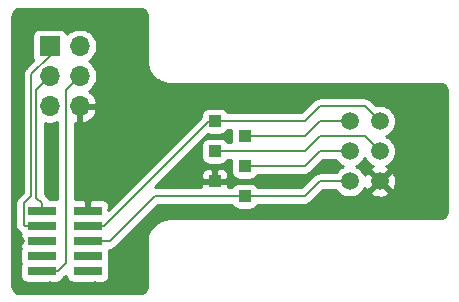
<source format=gbr>
%TF.GenerationSoftware,KiCad,Pcbnew,5.1.6-c6e7f7d~87~ubuntu18.04.1*%
%TF.CreationDate,2020-10-02T11:27:22-04:00*%
%TF.ProjectId,avrisp-pogopin-adapter,61767269-7370-42d7-906f-676f70696e2d,rev?*%
%TF.SameCoordinates,Original*%
%TF.FileFunction,Copper,L1,Top*%
%TF.FilePolarity,Positive*%
%FSLAX46Y46*%
G04 Gerber Fmt 4.6, Leading zero omitted, Abs format (unit mm)*
G04 Created by KiCad (PCBNEW 5.1.6-c6e7f7d~87~ubuntu18.04.1) date 2020-10-02 11:27:22*
%MOMM*%
%LPD*%
G01*
G04 APERTURE LIST*
%TA.AperFunction,ComponentPad*%
%ADD10R,1.000000X1.000000*%
%TD*%
%TA.AperFunction,ComponentPad*%
%ADD11C,1.500000*%
%TD*%
%TA.AperFunction,ComponentPad*%
%ADD12O,1.700000X1.700000*%
%TD*%
%TA.AperFunction,ComponentPad*%
%ADD13R,1.700000X1.700000*%
%TD*%
%TA.AperFunction,SMDPad,CuDef*%
%ADD14R,2.400000X0.740000*%
%TD*%
%TA.AperFunction,ViaPad*%
%ADD15C,0.800000*%
%TD*%
%TA.AperFunction,Conductor*%
%ADD16C,0.200000*%
%TD*%
%TA.AperFunction,Conductor*%
%ADD17C,0.254000*%
%TD*%
G04 APERTURE END LIST*
D10*
%TO.P,TP12,1*%
%TO.N,GND*%
X135890000Y-83820000D03*
%TD*%
%TO.P,TP11,1*%
%TO.N,~RST*%
X138430000Y-85090000D03*
%TD*%
%TO.P,TP10,1*%
%TO.N,MOSI*%
X135890000Y-81280000D03*
%TD*%
%TO.P,TP9,1*%
%TO.N,SCK*%
X138430000Y-82550000D03*
%TD*%
%TO.P,TP8,1*%
%TO.N,MISO*%
X138430000Y-80010000D03*
%TD*%
%TO.P,TP7,1*%
%TO.N,VCC*%
X135890000Y-78740000D03*
%TD*%
D11*
%TO.P,TP6,1*%
%TO.N,GND*%
X149860000Y-83820000D03*
%TD*%
%TO.P,TP5,1*%
%TO.N,~RST*%
X147320000Y-83820000D03*
%TD*%
%TO.P,TP4,1*%
%TO.N,MOSI*%
X149860000Y-81280000D03*
%TD*%
%TO.P,TP3,1*%
%TO.N,SCK*%
X147320000Y-81280000D03*
%TD*%
%TO.P,TP2,1*%
%TO.N,VCC*%
X149860000Y-78740000D03*
%TD*%
%TO.P,TP1,1*%
%TO.N,MISO*%
X147320000Y-78740000D03*
%TD*%
D12*
%TO.P,J2,6*%
%TO.N,GND*%
X124460000Y-77470000D03*
%TO.P,J2,5*%
%TO.N,~RST*%
X121920000Y-77470000D03*
%TO.P,J2,4*%
%TO.N,MOSI*%
X124460000Y-74930000D03*
%TO.P,J2,3*%
%TO.N,SCK*%
X121920000Y-74930000D03*
%TO.P,J2,2*%
%TO.N,VCC*%
X124460000Y-72390000D03*
D13*
%TO.P,J2,1*%
%TO.N,MISO*%
X121920000Y-72390000D03*
%TD*%
D14*
%TO.P,J1,10*%
%TO.N,Net-(J1-Pad10)*%
X125145000Y-91440000D03*
%TO.P,J1,9*%
%TO.N,MOSI*%
X121245000Y-91440000D03*
%TO.P,J1,8*%
%TO.N,Net-(J1-Pad8)*%
X125145000Y-90170000D03*
%TO.P,J1,7*%
%TO.N,Net-(J1-Pad7)*%
X121245000Y-90170000D03*
%TO.P,J1,6*%
%TO.N,~RST*%
X125145000Y-88900000D03*
%TO.P,J1,5*%
%TO.N,Net-(J1-Pad5)*%
X121245000Y-88900000D03*
%TO.P,J1,4*%
%TO.N,VCC*%
X125145000Y-87630000D03*
%TO.P,J1,3*%
%TO.N,MISO*%
X121245000Y-87630000D03*
%TO.P,J1,2*%
%TO.N,GND*%
X125145000Y-86360000D03*
%TO.P,J1,1*%
%TO.N,SCK*%
X121245000Y-86360000D03*
%TD*%
D15*
%TO.N,GND*%
X121920000Y-80010000D03*
X125730000Y-83820000D03*
X128905000Y-83820000D03*
X139700000Y-76200000D03*
X143510000Y-76200000D03*
X147320000Y-76200000D03*
X151130000Y-76200000D03*
X139700000Y-86360000D03*
X143510000Y-86360000D03*
X147320000Y-86360000D03*
X151130000Y-86360000D03*
X154940000Y-76200000D03*
X154940000Y-78740000D03*
X154940000Y-81280000D03*
X154940000Y-83820000D03*
X154940000Y-86360000D03*
X135890000Y-76200000D03*
X135890000Y-86360000D03*
X132080000Y-86360000D03*
X132080000Y-76200000D03*
X129540000Y-73660000D03*
X129540000Y-69850000D03*
X129540000Y-88900000D03*
X129540000Y-92710000D03*
X125730000Y-92710000D03*
X121920000Y-92710000D03*
X125730000Y-69850000D03*
X121920000Y-69850000D03*
X119380000Y-80010000D03*
X119380000Y-76200000D03*
X119380000Y-73660000D03*
X119380000Y-83820000D03*
X119380000Y-88900000D03*
%TD*%
D16*
%TO.N,~RST*%
X147320000Y-83820000D02*
X144780000Y-83820000D01*
X144780000Y-83820000D02*
X143510000Y-85090000D01*
X143510000Y-85090000D02*
X138430000Y-85090000D01*
X125145000Y-88900000D02*
X127000000Y-88900000D01*
X127000000Y-88900000D02*
X130810000Y-85090000D01*
X130810000Y-85090000D02*
X138430000Y-85090000D01*
%TO.N,MOSI*%
X149860000Y-81280000D02*
X148590000Y-80010000D01*
X148590000Y-80010000D02*
X144780000Y-80010000D01*
X144780000Y-80010000D02*
X143510000Y-81280000D01*
X143510000Y-81280000D02*
X135890000Y-81280000D01*
X123309999Y-76080001D02*
X124460000Y-74930000D01*
X123309999Y-90775001D02*
X123309999Y-76080001D01*
X122645000Y-91440000D02*
X123309999Y-90775001D01*
X121245000Y-91440000D02*
X122645000Y-91440000D01*
%TO.N,SCK*%
X147320000Y-81280000D02*
X144780000Y-81280000D01*
X143510000Y-82550000D02*
X138430000Y-82550000D01*
X144780000Y-81280000D02*
X143510000Y-82550000D01*
X121245000Y-86360000D02*
X121245000Y-85685000D01*
X120769999Y-85209999D02*
X120769999Y-76080001D01*
X120769999Y-76080001D02*
X121920000Y-74930000D01*
X121245000Y-85685000D02*
X120769999Y-85209999D01*
%TO.N,MISO*%
X147320000Y-78740000D02*
X144780000Y-78740000D01*
X144780000Y-78740000D02*
X143510000Y-80010000D01*
X143510000Y-80010000D02*
X138430000Y-80010000D01*
X119744999Y-87529999D02*
X119744999Y-85714990D01*
X121245000Y-87630000D02*
X119845000Y-87630000D01*
X119845000Y-87630000D02*
X119744999Y-87529999D01*
X119744999Y-85714990D02*
X120369989Y-85090000D01*
X121920000Y-73227998D02*
X121920000Y-72390000D01*
X120369989Y-74778009D02*
X121920000Y-73227998D01*
X120369989Y-85090000D02*
X120369989Y-74778009D01*
%TO.N,VCC*%
X149860000Y-78740000D02*
X148590000Y-77470000D01*
X148590000Y-77470000D02*
X144780000Y-77470000D01*
X144780000Y-77470000D02*
X143510000Y-78740000D01*
X143510000Y-78740000D02*
X135890000Y-78740000D01*
X135435000Y-78740000D02*
X135890000Y-78740000D01*
X126545000Y-87630000D02*
X135435000Y-78740000D01*
X125145000Y-87630000D02*
X126545000Y-87630000D01*
%TD*%
D17*
%TO.N,GND*%
G36*
X129657869Y-69254722D02*
G01*
X129771246Y-69288953D01*
X129875819Y-69344555D01*
X129967596Y-69419407D01*
X130043091Y-69510664D01*
X130099419Y-69614844D01*
X130134440Y-69727976D01*
X130150001Y-69876031D01*
X130150000Y-73692418D01*
X130152802Y-73720864D01*
X130152747Y-73728682D01*
X130153646Y-73737853D01*
X130179554Y-73984357D01*
X130191589Y-74042986D01*
X130202792Y-74101716D01*
X130205456Y-74110538D01*
X130278751Y-74347314D01*
X130301931Y-74402457D01*
X130324339Y-74457920D01*
X130328665Y-74466054D01*
X130328667Y-74466059D01*
X130328670Y-74466064D01*
X130446553Y-74684086D01*
X130479988Y-74733654D01*
X130512759Y-74783735D01*
X130518584Y-74790876D01*
X130676577Y-74981856D01*
X130719012Y-75023995D01*
X130760875Y-75066745D01*
X130767976Y-75072618D01*
X130960053Y-75229273D01*
X131009875Y-75262374D01*
X131059237Y-75296173D01*
X131067343Y-75300556D01*
X131286191Y-75416919D01*
X131341479Y-75439707D01*
X131396475Y-75463279D01*
X131405278Y-75466003D01*
X131642559Y-75537643D01*
X131701246Y-75549264D01*
X131759752Y-75561700D01*
X131768915Y-75562663D01*
X131768917Y-75562663D01*
X132015595Y-75586850D01*
X132015598Y-75586850D01*
X132047581Y-75590000D01*
X154907721Y-75590000D01*
X155057869Y-75604722D01*
X155171246Y-75638953D01*
X155275819Y-75694555D01*
X155367596Y-75769407D01*
X155443091Y-75860664D01*
X155499419Y-75964844D01*
X155534440Y-76077976D01*
X155550001Y-76226031D01*
X155550000Y-86327721D01*
X155535278Y-86477869D01*
X155501047Y-86591246D01*
X155445446Y-86695817D01*
X155370594Y-86787595D01*
X155279335Y-86863091D01*
X155175160Y-86919419D01*
X155062024Y-86954440D01*
X154913979Y-86970000D01*
X132047581Y-86970000D01*
X132019135Y-86972802D01*
X132011318Y-86972747D01*
X132002147Y-86973646D01*
X131755644Y-86999554D01*
X131697028Y-87011586D01*
X131638284Y-87022792D01*
X131629462Y-87025456D01*
X131392686Y-87098751D01*
X131337555Y-87121926D01*
X131282080Y-87144339D01*
X131273944Y-87148666D01*
X131055914Y-87266554D01*
X131006346Y-87299988D01*
X130956265Y-87332760D01*
X130949124Y-87338584D01*
X130758144Y-87496577D01*
X130716005Y-87539012D01*
X130673255Y-87580875D01*
X130667381Y-87587976D01*
X130510727Y-87780054D01*
X130477655Y-87829831D01*
X130443826Y-87879237D01*
X130439444Y-87887343D01*
X130323081Y-88106191D01*
X130300298Y-88161468D01*
X130276721Y-88216475D01*
X130273997Y-88225278D01*
X130202357Y-88462559D01*
X130190736Y-88521246D01*
X130178300Y-88579752D01*
X130177337Y-88588917D01*
X130153150Y-88835595D01*
X130153150Y-88835608D01*
X130150001Y-88867581D01*
X130150000Y-92677721D01*
X130135278Y-92827869D01*
X130101047Y-92941246D01*
X130045446Y-93045817D01*
X129970594Y-93137595D01*
X129879335Y-93213091D01*
X129775160Y-93269419D01*
X129662024Y-93304440D01*
X129513979Y-93320000D01*
X119412279Y-93320000D01*
X119262131Y-93305278D01*
X119148754Y-93271047D01*
X119044183Y-93215446D01*
X118952405Y-93140594D01*
X118876909Y-93049335D01*
X118820581Y-92945160D01*
X118785560Y-92832024D01*
X118770000Y-92683979D01*
X118770000Y-85714990D01*
X119006443Y-85714990D01*
X119010000Y-85751105D01*
X119009999Y-87493894D01*
X119006443Y-87529999D01*
X119020634Y-87674084D01*
X119026808Y-87694437D01*
X119062662Y-87812631D01*
X119130912Y-87940318D01*
X119222761Y-88052236D01*
X119250807Y-88075253D01*
X119299741Y-88124187D01*
X119322762Y-88152238D01*
X119434680Y-88244087D01*
X119463755Y-88259628D01*
X119466627Y-88265000D01*
X119455498Y-88285820D01*
X119419188Y-88405518D01*
X119406928Y-88530000D01*
X119406928Y-89270000D01*
X119419188Y-89394482D01*
X119455498Y-89514180D01*
X119466627Y-89535000D01*
X119455498Y-89555820D01*
X119419188Y-89675518D01*
X119406928Y-89800000D01*
X119406928Y-90540000D01*
X119419188Y-90664482D01*
X119455498Y-90784180D01*
X119466627Y-90805000D01*
X119455498Y-90825820D01*
X119419188Y-90945518D01*
X119406928Y-91070000D01*
X119406928Y-91810000D01*
X119419188Y-91934482D01*
X119455498Y-92054180D01*
X119514463Y-92164494D01*
X119593815Y-92261185D01*
X119690506Y-92340537D01*
X119800820Y-92399502D01*
X119920518Y-92435812D01*
X120045000Y-92448072D01*
X122445000Y-92448072D01*
X122569482Y-92435812D01*
X122689180Y-92399502D01*
X122799494Y-92340537D01*
X122896185Y-92261185D01*
X122975537Y-92164494D01*
X123026245Y-92069628D01*
X123055320Y-92054087D01*
X123167238Y-91962238D01*
X123190258Y-91934188D01*
X123307602Y-91816844D01*
X123319188Y-91934482D01*
X123355498Y-92054180D01*
X123414463Y-92164494D01*
X123493815Y-92261185D01*
X123590506Y-92340537D01*
X123700820Y-92399502D01*
X123820518Y-92435812D01*
X123945000Y-92448072D01*
X126345000Y-92448072D01*
X126469482Y-92435812D01*
X126589180Y-92399502D01*
X126699494Y-92340537D01*
X126796185Y-92261185D01*
X126875537Y-92164494D01*
X126934502Y-92054180D01*
X126970812Y-91934482D01*
X126983072Y-91810000D01*
X126983072Y-91070000D01*
X126970812Y-90945518D01*
X126934502Y-90825820D01*
X126923373Y-90805000D01*
X126934502Y-90784180D01*
X126970812Y-90664482D01*
X126983072Y-90540000D01*
X126983072Y-89800000D01*
X126970812Y-89675518D01*
X126958521Y-89635000D01*
X126963895Y-89635000D01*
X127000000Y-89638556D01*
X127036105Y-89635000D01*
X127144085Y-89624365D01*
X127282633Y-89582337D01*
X127410320Y-89514087D01*
X127522238Y-89422238D01*
X127545259Y-89394187D01*
X131114447Y-85825000D01*
X137337713Y-85825000D01*
X137340498Y-85834180D01*
X137399463Y-85944494D01*
X137478815Y-86041185D01*
X137575506Y-86120537D01*
X137685820Y-86179502D01*
X137805518Y-86215812D01*
X137930000Y-86228072D01*
X138930000Y-86228072D01*
X139054482Y-86215812D01*
X139174180Y-86179502D01*
X139284494Y-86120537D01*
X139381185Y-86041185D01*
X139460537Y-85944494D01*
X139519502Y-85834180D01*
X139522287Y-85825000D01*
X143473895Y-85825000D01*
X143510000Y-85828556D01*
X143546105Y-85825000D01*
X143654085Y-85814365D01*
X143792633Y-85772337D01*
X143920320Y-85704087D01*
X144032238Y-85612238D01*
X144055258Y-85584188D01*
X145084447Y-84555000D01*
X146145387Y-84555000D01*
X146244201Y-84702886D01*
X146437114Y-84895799D01*
X146663957Y-85047371D01*
X146916011Y-85151775D01*
X147183589Y-85205000D01*
X147456411Y-85205000D01*
X147723989Y-85151775D01*
X147976043Y-85047371D01*
X148202886Y-84895799D01*
X148321692Y-84776993D01*
X149082612Y-84776993D01*
X149148137Y-85015860D01*
X149395116Y-85131760D01*
X149659960Y-85197250D01*
X149932492Y-85209812D01*
X150202238Y-85168965D01*
X150458832Y-85076277D01*
X150571863Y-85015860D01*
X150637388Y-84776993D01*
X149860000Y-83999605D01*
X149082612Y-84776993D01*
X148321692Y-84776993D01*
X148395799Y-84702886D01*
X148547371Y-84476043D01*
X148588511Y-84376721D01*
X148603723Y-84418832D01*
X148664140Y-84531863D01*
X148903007Y-84597388D01*
X149680395Y-83820000D01*
X150039605Y-83820000D01*
X150816993Y-84597388D01*
X151055860Y-84531863D01*
X151171760Y-84284884D01*
X151237250Y-84020040D01*
X151249812Y-83747508D01*
X151208965Y-83477762D01*
X151116277Y-83221168D01*
X151055860Y-83108137D01*
X150816993Y-83042612D01*
X150039605Y-83820000D01*
X149680395Y-83820000D01*
X148903007Y-83042612D01*
X148664140Y-83108137D01*
X148589836Y-83266477D01*
X148547371Y-83163957D01*
X148395799Y-82937114D01*
X148202886Y-82744201D01*
X147976043Y-82592629D01*
X147873127Y-82550000D01*
X147976043Y-82507371D01*
X148202886Y-82355799D01*
X148395799Y-82162886D01*
X148547371Y-81936043D01*
X148590000Y-81833127D01*
X148632629Y-81936043D01*
X148784201Y-82162886D01*
X148977114Y-82355799D01*
X149203957Y-82507371D01*
X149303279Y-82548511D01*
X149261168Y-82563723D01*
X149148137Y-82624140D01*
X149082612Y-82863007D01*
X149860000Y-83640395D01*
X150637388Y-82863007D01*
X150571863Y-82624140D01*
X150413523Y-82549836D01*
X150516043Y-82507371D01*
X150742886Y-82355799D01*
X150935799Y-82162886D01*
X151087371Y-81936043D01*
X151191775Y-81683989D01*
X151245000Y-81416411D01*
X151245000Y-81143589D01*
X151191775Y-80876011D01*
X151087371Y-80623957D01*
X150935799Y-80397114D01*
X150742886Y-80204201D01*
X150516043Y-80052629D01*
X150413127Y-80010000D01*
X150516043Y-79967371D01*
X150742886Y-79815799D01*
X150935799Y-79622886D01*
X151087371Y-79396043D01*
X151191775Y-79143989D01*
X151245000Y-78876411D01*
X151245000Y-78603589D01*
X151191775Y-78336011D01*
X151087371Y-78083957D01*
X150935799Y-77857114D01*
X150742886Y-77664201D01*
X150516043Y-77512629D01*
X150263989Y-77408225D01*
X149996411Y-77355000D01*
X149723589Y-77355000D01*
X149549146Y-77389699D01*
X149135258Y-76975812D01*
X149112238Y-76947762D01*
X149000320Y-76855913D01*
X148872633Y-76787663D01*
X148734085Y-76745635D01*
X148626105Y-76735000D01*
X148590000Y-76731444D01*
X148553895Y-76735000D01*
X144816094Y-76735000D01*
X144779999Y-76731445D01*
X144743904Y-76735000D01*
X144743895Y-76735000D01*
X144635915Y-76745635D01*
X144497367Y-76787663D01*
X144369680Y-76855913D01*
X144257762Y-76947762D01*
X144234746Y-76975807D01*
X143205554Y-78005000D01*
X136982287Y-78005000D01*
X136979502Y-77995820D01*
X136920537Y-77885506D01*
X136841185Y-77788815D01*
X136744494Y-77709463D01*
X136634180Y-77650498D01*
X136514482Y-77614188D01*
X136390000Y-77601928D01*
X135390000Y-77601928D01*
X135265518Y-77614188D01*
X135145820Y-77650498D01*
X135035506Y-77709463D01*
X134938815Y-77788815D01*
X134859463Y-77885506D01*
X134800498Y-77995820D01*
X134764188Y-78115518D01*
X134751928Y-78240000D01*
X134751928Y-78383625D01*
X126902556Y-86232998D01*
X126821252Y-86232998D01*
X126980000Y-86074250D01*
X126983072Y-85990000D01*
X126970812Y-85865518D01*
X126934502Y-85745820D01*
X126875537Y-85635506D01*
X126796185Y-85538815D01*
X126699494Y-85459463D01*
X126589180Y-85400498D01*
X126469482Y-85364188D01*
X126345000Y-85351928D01*
X125430750Y-85355000D01*
X125272000Y-85513750D01*
X125272000Y-86233000D01*
X125292000Y-86233000D01*
X125292000Y-86487000D01*
X125272000Y-86487000D01*
X125272000Y-86507000D01*
X125018000Y-86507000D01*
X125018000Y-86487000D01*
X124998000Y-86487000D01*
X124998000Y-86233000D01*
X125018000Y-86233000D01*
X125018000Y-85513750D01*
X124859250Y-85355000D01*
X124044999Y-85352264D01*
X124044999Y-78890868D01*
X124103109Y-78911481D01*
X124333000Y-78790814D01*
X124333000Y-77597000D01*
X124587000Y-77597000D01*
X124587000Y-78790814D01*
X124816891Y-78911481D01*
X125091252Y-78814157D01*
X125341355Y-78665178D01*
X125557588Y-78470269D01*
X125731641Y-78236920D01*
X125856825Y-77974099D01*
X125901476Y-77826890D01*
X125780155Y-77597000D01*
X124587000Y-77597000D01*
X124333000Y-77597000D01*
X124313000Y-77597000D01*
X124313000Y-77343000D01*
X124333000Y-77343000D01*
X124333000Y-77323000D01*
X124587000Y-77323000D01*
X124587000Y-77343000D01*
X125780155Y-77343000D01*
X125901476Y-77113110D01*
X125856825Y-76965901D01*
X125731641Y-76703080D01*
X125557588Y-76469731D01*
X125341355Y-76274822D01*
X125224466Y-76205195D01*
X125406632Y-76083475D01*
X125613475Y-75876632D01*
X125775990Y-75633411D01*
X125887932Y-75363158D01*
X125945000Y-75076260D01*
X125945000Y-74783740D01*
X125887932Y-74496842D01*
X125775990Y-74226589D01*
X125613475Y-73983368D01*
X125406632Y-73776525D01*
X125232240Y-73660000D01*
X125406632Y-73543475D01*
X125613475Y-73336632D01*
X125775990Y-73093411D01*
X125887932Y-72823158D01*
X125945000Y-72536260D01*
X125945000Y-72243740D01*
X125887932Y-71956842D01*
X125775990Y-71686589D01*
X125613475Y-71443368D01*
X125406632Y-71236525D01*
X125163411Y-71074010D01*
X124893158Y-70962068D01*
X124606260Y-70905000D01*
X124313740Y-70905000D01*
X124026842Y-70962068D01*
X123756589Y-71074010D01*
X123513368Y-71236525D01*
X123381513Y-71368380D01*
X123359502Y-71295820D01*
X123300537Y-71185506D01*
X123221185Y-71088815D01*
X123124494Y-71009463D01*
X123014180Y-70950498D01*
X122894482Y-70914188D01*
X122770000Y-70901928D01*
X121070000Y-70901928D01*
X120945518Y-70914188D01*
X120825820Y-70950498D01*
X120715506Y-71009463D01*
X120618815Y-71088815D01*
X120539463Y-71185506D01*
X120480498Y-71295820D01*
X120444188Y-71415518D01*
X120431928Y-71540000D01*
X120431928Y-73240000D01*
X120444188Y-73364482D01*
X120480498Y-73484180D01*
X120530614Y-73577938D01*
X119875797Y-74232755D01*
X119847752Y-74255771D01*
X119755903Y-74367689D01*
X119707674Y-74457920D01*
X119687653Y-74495376D01*
X119645624Y-74633924D01*
X119631433Y-74778009D01*
X119634990Y-74814124D01*
X119634989Y-84785553D01*
X119250807Y-85169736D01*
X119222762Y-85192752D01*
X119130913Y-85304670D01*
X119078693Y-85402367D01*
X119062663Y-85432357D01*
X119020634Y-85570905D01*
X119006443Y-85714990D01*
X118770000Y-85714990D01*
X118770000Y-69882279D01*
X118784722Y-69732131D01*
X118818953Y-69618754D01*
X118874555Y-69514181D01*
X118949407Y-69422404D01*
X119040664Y-69346909D01*
X119144844Y-69290581D01*
X119257976Y-69255560D01*
X119406022Y-69240000D01*
X129507721Y-69240000D01*
X129657869Y-69254722D01*
G37*
X129657869Y-69254722D02*
X129771246Y-69288953D01*
X129875819Y-69344555D01*
X129967596Y-69419407D01*
X130043091Y-69510664D01*
X130099419Y-69614844D01*
X130134440Y-69727976D01*
X130150001Y-69876031D01*
X130150000Y-73692418D01*
X130152802Y-73720864D01*
X130152747Y-73728682D01*
X130153646Y-73737853D01*
X130179554Y-73984357D01*
X130191589Y-74042986D01*
X130202792Y-74101716D01*
X130205456Y-74110538D01*
X130278751Y-74347314D01*
X130301931Y-74402457D01*
X130324339Y-74457920D01*
X130328665Y-74466054D01*
X130328667Y-74466059D01*
X130328670Y-74466064D01*
X130446553Y-74684086D01*
X130479988Y-74733654D01*
X130512759Y-74783735D01*
X130518584Y-74790876D01*
X130676577Y-74981856D01*
X130719012Y-75023995D01*
X130760875Y-75066745D01*
X130767976Y-75072618D01*
X130960053Y-75229273D01*
X131009875Y-75262374D01*
X131059237Y-75296173D01*
X131067343Y-75300556D01*
X131286191Y-75416919D01*
X131341479Y-75439707D01*
X131396475Y-75463279D01*
X131405278Y-75466003D01*
X131642559Y-75537643D01*
X131701246Y-75549264D01*
X131759752Y-75561700D01*
X131768915Y-75562663D01*
X131768917Y-75562663D01*
X132015595Y-75586850D01*
X132015598Y-75586850D01*
X132047581Y-75590000D01*
X154907721Y-75590000D01*
X155057869Y-75604722D01*
X155171246Y-75638953D01*
X155275819Y-75694555D01*
X155367596Y-75769407D01*
X155443091Y-75860664D01*
X155499419Y-75964844D01*
X155534440Y-76077976D01*
X155550001Y-76226031D01*
X155550000Y-86327721D01*
X155535278Y-86477869D01*
X155501047Y-86591246D01*
X155445446Y-86695817D01*
X155370594Y-86787595D01*
X155279335Y-86863091D01*
X155175160Y-86919419D01*
X155062024Y-86954440D01*
X154913979Y-86970000D01*
X132047581Y-86970000D01*
X132019135Y-86972802D01*
X132011318Y-86972747D01*
X132002147Y-86973646D01*
X131755644Y-86999554D01*
X131697028Y-87011586D01*
X131638284Y-87022792D01*
X131629462Y-87025456D01*
X131392686Y-87098751D01*
X131337555Y-87121926D01*
X131282080Y-87144339D01*
X131273944Y-87148666D01*
X131055914Y-87266554D01*
X131006346Y-87299988D01*
X130956265Y-87332760D01*
X130949124Y-87338584D01*
X130758144Y-87496577D01*
X130716005Y-87539012D01*
X130673255Y-87580875D01*
X130667381Y-87587976D01*
X130510727Y-87780054D01*
X130477655Y-87829831D01*
X130443826Y-87879237D01*
X130439444Y-87887343D01*
X130323081Y-88106191D01*
X130300298Y-88161468D01*
X130276721Y-88216475D01*
X130273997Y-88225278D01*
X130202357Y-88462559D01*
X130190736Y-88521246D01*
X130178300Y-88579752D01*
X130177337Y-88588917D01*
X130153150Y-88835595D01*
X130153150Y-88835608D01*
X130150001Y-88867581D01*
X130150000Y-92677721D01*
X130135278Y-92827869D01*
X130101047Y-92941246D01*
X130045446Y-93045817D01*
X129970594Y-93137595D01*
X129879335Y-93213091D01*
X129775160Y-93269419D01*
X129662024Y-93304440D01*
X129513979Y-93320000D01*
X119412279Y-93320000D01*
X119262131Y-93305278D01*
X119148754Y-93271047D01*
X119044183Y-93215446D01*
X118952405Y-93140594D01*
X118876909Y-93049335D01*
X118820581Y-92945160D01*
X118785560Y-92832024D01*
X118770000Y-92683979D01*
X118770000Y-85714990D01*
X119006443Y-85714990D01*
X119010000Y-85751105D01*
X119009999Y-87493894D01*
X119006443Y-87529999D01*
X119020634Y-87674084D01*
X119026808Y-87694437D01*
X119062662Y-87812631D01*
X119130912Y-87940318D01*
X119222761Y-88052236D01*
X119250807Y-88075253D01*
X119299741Y-88124187D01*
X119322762Y-88152238D01*
X119434680Y-88244087D01*
X119463755Y-88259628D01*
X119466627Y-88265000D01*
X119455498Y-88285820D01*
X119419188Y-88405518D01*
X119406928Y-88530000D01*
X119406928Y-89270000D01*
X119419188Y-89394482D01*
X119455498Y-89514180D01*
X119466627Y-89535000D01*
X119455498Y-89555820D01*
X119419188Y-89675518D01*
X119406928Y-89800000D01*
X119406928Y-90540000D01*
X119419188Y-90664482D01*
X119455498Y-90784180D01*
X119466627Y-90805000D01*
X119455498Y-90825820D01*
X119419188Y-90945518D01*
X119406928Y-91070000D01*
X119406928Y-91810000D01*
X119419188Y-91934482D01*
X119455498Y-92054180D01*
X119514463Y-92164494D01*
X119593815Y-92261185D01*
X119690506Y-92340537D01*
X119800820Y-92399502D01*
X119920518Y-92435812D01*
X120045000Y-92448072D01*
X122445000Y-92448072D01*
X122569482Y-92435812D01*
X122689180Y-92399502D01*
X122799494Y-92340537D01*
X122896185Y-92261185D01*
X122975537Y-92164494D01*
X123026245Y-92069628D01*
X123055320Y-92054087D01*
X123167238Y-91962238D01*
X123190258Y-91934188D01*
X123307602Y-91816844D01*
X123319188Y-91934482D01*
X123355498Y-92054180D01*
X123414463Y-92164494D01*
X123493815Y-92261185D01*
X123590506Y-92340537D01*
X123700820Y-92399502D01*
X123820518Y-92435812D01*
X123945000Y-92448072D01*
X126345000Y-92448072D01*
X126469482Y-92435812D01*
X126589180Y-92399502D01*
X126699494Y-92340537D01*
X126796185Y-92261185D01*
X126875537Y-92164494D01*
X126934502Y-92054180D01*
X126970812Y-91934482D01*
X126983072Y-91810000D01*
X126983072Y-91070000D01*
X126970812Y-90945518D01*
X126934502Y-90825820D01*
X126923373Y-90805000D01*
X126934502Y-90784180D01*
X126970812Y-90664482D01*
X126983072Y-90540000D01*
X126983072Y-89800000D01*
X126970812Y-89675518D01*
X126958521Y-89635000D01*
X126963895Y-89635000D01*
X127000000Y-89638556D01*
X127036105Y-89635000D01*
X127144085Y-89624365D01*
X127282633Y-89582337D01*
X127410320Y-89514087D01*
X127522238Y-89422238D01*
X127545259Y-89394187D01*
X131114447Y-85825000D01*
X137337713Y-85825000D01*
X137340498Y-85834180D01*
X137399463Y-85944494D01*
X137478815Y-86041185D01*
X137575506Y-86120537D01*
X137685820Y-86179502D01*
X137805518Y-86215812D01*
X137930000Y-86228072D01*
X138930000Y-86228072D01*
X139054482Y-86215812D01*
X139174180Y-86179502D01*
X139284494Y-86120537D01*
X139381185Y-86041185D01*
X139460537Y-85944494D01*
X139519502Y-85834180D01*
X139522287Y-85825000D01*
X143473895Y-85825000D01*
X143510000Y-85828556D01*
X143546105Y-85825000D01*
X143654085Y-85814365D01*
X143792633Y-85772337D01*
X143920320Y-85704087D01*
X144032238Y-85612238D01*
X144055258Y-85584188D01*
X145084447Y-84555000D01*
X146145387Y-84555000D01*
X146244201Y-84702886D01*
X146437114Y-84895799D01*
X146663957Y-85047371D01*
X146916011Y-85151775D01*
X147183589Y-85205000D01*
X147456411Y-85205000D01*
X147723989Y-85151775D01*
X147976043Y-85047371D01*
X148202886Y-84895799D01*
X148321692Y-84776993D01*
X149082612Y-84776993D01*
X149148137Y-85015860D01*
X149395116Y-85131760D01*
X149659960Y-85197250D01*
X149932492Y-85209812D01*
X150202238Y-85168965D01*
X150458832Y-85076277D01*
X150571863Y-85015860D01*
X150637388Y-84776993D01*
X149860000Y-83999605D01*
X149082612Y-84776993D01*
X148321692Y-84776993D01*
X148395799Y-84702886D01*
X148547371Y-84476043D01*
X148588511Y-84376721D01*
X148603723Y-84418832D01*
X148664140Y-84531863D01*
X148903007Y-84597388D01*
X149680395Y-83820000D01*
X150039605Y-83820000D01*
X150816993Y-84597388D01*
X151055860Y-84531863D01*
X151171760Y-84284884D01*
X151237250Y-84020040D01*
X151249812Y-83747508D01*
X151208965Y-83477762D01*
X151116277Y-83221168D01*
X151055860Y-83108137D01*
X150816993Y-83042612D01*
X150039605Y-83820000D01*
X149680395Y-83820000D01*
X148903007Y-83042612D01*
X148664140Y-83108137D01*
X148589836Y-83266477D01*
X148547371Y-83163957D01*
X148395799Y-82937114D01*
X148202886Y-82744201D01*
X147976043Y-82592629D01*
X147873127Y-82550000D01*
X147976043Y-82507371D01*
X148202886Y-82355799D01*
X148395799Y-82162886D01*
X148547371Y-81936043D01*
X148590000Y-81833127D01*
X148632629Y-81936043D01*
X148784201Y-82162886D01*
X148977114Y-82355799D01*
X149203957Y-82507371D01*
X149303279Y-82548511D01*
X149261168Y-82563723D01*
X149148137Y-82624140D01*
X149082612Y-82863007D01*
X149860000Y-83640395D01*
X150637388Y-82863007D01*
X150571863Y-82624140D01*
X150413523Y-82549836D01*
X150516043Y-82507371D01*
X150742886Y-82355799D01*
X150935799Y-82162886D01*
X151087371Y-81936043D01*
X151191775Y-81683989D01*
X151245000Y-81416411D01*
X151245000Y-81143589D01*
X151191775Y-80876011D01*
X151087371Y-80623957D01*
X150935799Y-80397114D01*
X150742886Y-80204201D01*
X150516043Y-80052629D01*
X150413127Y-80010000D01*
X150516043Y-79967371D01*
X150742886Y-79815799D01*
X150935799Y-79622886D01*
X151087371Y-79396043D01*
X151191775Y-79143989D01*
X151245000Y-78876411D01*
X151245000Y-78603589D01*
X151191775Y-78336011D01*
X151087371Y-78083957D01*
X150935799Y-77857114D01*
X150742886Y-77664201D01*
X150516043Y-77512629D01*
X150263989Y-77408225D01*
X149996411Y-77355000D01*
X149723589Y-77355000D01*
X149549146Y-77389699D01*
X149135258Y-76975812D01*
X149112238Y-76947762D01*
X149000320Y-76855913D01*
X148872633Y-76787663D01*
X148734085Y-76745635D01*
X148626105Y-76735000D01*
X148590000Y-76731444D01*
X148553895Y-76735000D01*
X144816094Y-76735000D01*
X144779999Y-76731445D01*
X144743904Y-76735000D01*
X144743895Y-76735000D01*
X144635915Y-76745635D01*
X144497367Y-76787663D01*
X144369680Y-76855913D01*
X144257762Y-76947762D01*
X144234746Y-76975807D01*
X143205554Y-78005000D01*
X136982287Y-78005000D01*
X136979502Y-77995820D01*
X136920537Y-77885506D01*
X136841185Y-77788815D01*
X136744494Y-77709463D01*
X136634180Y-77650498D01*
X136514482Y-77614188D01*
X136390000Y-77601928D01*
X135390000Y-77601928D01*
X135265518Y-77614188D01*
X135145820Y-77650498D01*
X135035506Y-77709463D01*
X134938815Y-77788815D01*
X134859463Y-77885506D01*
X134800498Y-77995820D01*
X134764188Y-78115518D01*
X134751928Y-78240000D01*
X134751928Y-78383625D01*
X126902556Y-86232998D01*
X126821252Y-86232998D01*
X126980000Y-86074250D01*
X126983072Y-85990000D01*
X126970812Y-85865518D01*
X126934502Y-85745820D01*
X126875537Y-85635506D01*
X126796185Y-85538815D01*
X126699494Y-85459463D01*
X126589180Y-85400498D01*
X126469482Y-85364188D01*
X126345000Y-85351928D01*
X125430750Y-85355000D01*
X125272000Y-85513750D01*
X125272000Y-86233000D01*
X125292000Y-86233000D01*
X125292000Y-86487000D01*
X125272000Y-86487000D01*
X125272000Y-86507000D01*
X125018000Y-86507000D01*
X125018000Y-86487000D01*
X124998000Y-86487000D01*
X124998000Y-86233000D01*
X125018000Y-86233000D01*
X125018000Y-85513750D01*
X124859250Y-85355000D01*
X124044999Y-85352264D01*
X124044999Y-78890868D01*
X124103109Y-78911481D01*
X124333000Y-78790814D01*
X124333000Y-77597000D01*
X124587000Y-77597000D01*
X124587000Y-78790814D01*
X124816891Y-78911481D01*
X125091252Y-78814157D01*
X125341355Y-78665178D01*
X125557588Y-78470269D01*
X125731641Y-78236920D01*
X125856825Y-77974099D01*
X125901476Y-77826890D01*
X125780155Y-77597000D01*
X124587000Y-77597000D01*
X124333000Y-77597000D01*
X124313000Y-77597000D01*
X124313000Y-77343000D01*
X124333000Y-77343000D01*
X124333000Y-77323000D01*
X124587000Y-77323000D01*
X124587000Y-77343000D01*
X125780155Y-77343000D01*
X125901476Y-77113110D01*
X125856825Y-76965901D01*
X125731641Y-76703080D01*
X125557588Y-76469731D01*
X125341355Y-76274822D01*
X125224466Y-76205195D01*
X125406632Y-76083475D01*
X125613475Y-75876632D01*
X125775990Y-75633411D01*
X125887932Y-75363158D01*
X125945000Y-75076260D01*
X125945000Y-74783740D01*
X125887932Y-74496842D01*
X125775990Y-74226589D01*
X125613475Y-73983368D01*
X125406632Y-73776525D01*
X125232240Y-73660000D01*
X125406632Y-73543475D01*
X125613475Y-73336632D01*
X125775990Y-73093411D01*
X125887932Y-72823158D01*
X125945000Y-72536260D01*
X125945000Y-72243740D01*
X125887932Y-71956842D01*
X125775990Y-71686589D01*
X125613475Y-71443368D01*
X125406632Y-71236525D01*
X125163411Y-71074010D01*
X124893158Y-70962068D01*
X124606260Y-70905000D01*
X124313740Y-70905000D01*
X124026842Y-70962068D01*
X123756589Y-71074010D01*
X123513368Y-71236525D01*
X123381513Y-71368380D01*
X123359502Y-71295820D01*
X123300537Y-71185506D01*
X123221185Y-71088815D01*
X123124494Y-71009463D01*
X123014180Y-70950498D01*
X122894482Y-70914188D01*
X122770000Y-70901928D01*
X121070000Y-70901928D01*
X120945518Y-70914188D01*
X120825820Y-70950498D01*
X120715506Y-71009463D01*
X120618815Y-71088815D01*
X120539463Y-71185506D01*
X120480498Y-71295820D01*
X120444188Y-71415518D01*
X120431928Y-71540000D01*
X120431928Y-73240000D01*
X120444188Y-73364482D01*
X120480498Y-73484180D01*
X120530614Y-73577938D01*
X119875797Y-74232755D01*
X119847752Y-74255771D01*
X119755903Y-74367689D01*
X119707674Y-74457920D01*
X119687653Y-74495376D01*
X119645624Y-74633924D01*
X119631433Y-74778009D01*
X119634990Y-74814124D01*
X119634989Y-84785553D01*
X119250807Y-85169736D01*
X119222762Y-85192752D01*
X119130913Y-85304670D01*
X119078693Y-85402367D01*
X119062663Y-85432357D01*
X119020634Y-85570905D01*
X119006443Y-85714990D01*
X118770000Y-85714990D01*
X118770000Y-69882279D01*
X118784722Y-69732131D01*
X118818953Y-69618754D01*
X118874555Y-69514181D01*
X118949407Y-69422404D01*
X119040664Y-69346909D01*
X119144844Y-69290581D01*
X119257976Y-69255560D01*
X119406022Y-69240000D01*
X129507721Y-69240000D01*
X129657869Y-69254722D01*
G36*
X122574999Y-85365862D02*
G01*
X122569482Y-85364188D01*
X122445000Y-85351928D01*
X121900377Y-85351928D01*
X121859087Y-85274680D01*
X121767238Y-85162762D01*
X121739187Y-85139741D01*
X121504999Y-84905553D01*
X121504999Y-78901544D01*
X121773740Y-78955000D01*
X122066260Y-78955000D01*
X122353158Y-78897932D01*
X122575000Y-78806042D01*
X122574999Y-85365862D01*
G37*
X122574999Y-85365862D02*
X122569482Y-85364188D01*
X122445000Y-85351928D01*
X121900377Y-85351928D01*
X121859087Y-85274680D01*
X121767238Y-85162762D01*
X121739187Y-85139741D01*
X121504999Y-84905553D01*
X121504999Y-78901544D01*
X121773740Y-78955000D01*
X122066260Y-78955000D01*
X122353158Y-78897932D01*
X122575000Y-78806042D01*
X122574999Y-85365862D01*
G36*
X137291928Y-79510000D02*
G01*
X137291928Y-80510000D01*
X137295375Y-80545000D01*
X136982287Y-80545000D01*
X136979502Y-80535820D01*
X136920537Y-80425506D01*
X136841185Y-80328815D01*
X136744494Y-80249463D01*
X136634180Y-80190498D01*
X136514482Y-80154188D01*
X136390000Y-80141928D01*
X135390000Y-80141928D01*
X135265518Y-80154188D01*
X135145820Y-80190498D01*
X135035506Y-80249463D01*
X134938815Y-80328815D01*
X134859463Y-80425506D01*
X134800498Y-80535820D01*
X134764188Y-80655518D01*
X134751928Y-80780000D01*
X134751928Y-81780000D01*
X134764188Y-81904482D01*
X134800498Y-82024180D01*
X134859463Y-82134494D01*
X134938815Y-82231185D01*
X135035506Y-82310537D01*
X135145820Y-82369502D01*
X135265518Y-82405812D01*
X135390000Y-82418072D01*
X136390000Y-82418072D01*
X136514482Y-82405812D01*
X136634180Y-82369502D01*
X136744494Y-82310537D01*
X136841185Y-82231185D01*
X136920537Y-82134494D01*
X136979502Y-82024180D01*
X136982287Y-82015000D01*
X137295375Y-82015000D01*
X137291928Y-82050000D01*
X137291928Y-83050000D01*
X137304188Y-83174482D01*
X137340498Y-83294180D01*
X137399463Y-83404494D01*
X137478815Y-83501185D01*
X137575506Y-83580537D01*
X137685820Y-83639502D01*
X137805518Y-83675812D01*
X137930000Y-83688072D01*
X138930000Y-83688072D01*
X139054482Y-83675812D01*
X139174180Y-83639502D01*
X139284494Y-83580537D01*
X139381185Y-83501185D01*
X139460537Y-83404494D01*
X139519502Y-83294180D01*
X139522287Y-83285000D01*
X143473895Y-83285000D01*
X143510000Y-83288556D01*
X143546105Y-83285000D01*
X143654085Y-83274365D01*
X143792633Y-83232337D01*
X143920320Y-83164087D01*
X144032238Y-83072238D01*
X144055258Y-83044188D01*
X145084447Y-82015000D01*
X146145387Y-82015000D01*
X146244201Y-82162886D01*
X146437114Y-82355799D01*
X146663957Y-82507371D01*
X146766873Y-82550000D01*
X146663957Y-82592629D01*
X146437114Y-82744201D01*
X146244201Y-82937114D01*
X146145387Y-83085000D01*
X144816094Y-83085000D01*
X144779999Y-83081445D01*
X144743904Y-83085000D01*
X144743895Y-83085000D01*
X144635915Y-83095635D01*
X144497367Y-83137663D01*
X144369680Y-83205913D01*
X144257762Y-83297762D01*
X144234746Y-83325807D01*
X143205554Y-84355000D01*
X139522287Y-84355000D01*
X139519502Y-84345820D01*
X139460537Y-84235506D01*
X139381185Y-84138815D01*
X139284494Y-84059463D01*
X139174180Y-84000498D01*
X139054482Y-83964188D01*
X138930000Y-83951928D01*
X137930000Y-83951928D01*
X137805518Y-83964188D01*
X137685820Y-84000498D01*
X137575506Y-84059463D01*
X137478815Y-84138815D01*
X137399463Y-84235506D01*
X137340498Y-84345820D01*
X137337713Y-84355000D01*
X137024625Y-84355000D01*
X137028072Y-84320000D01*
X137025000Y-84105750D01*
X136866250Y-83947000D01*
X136017000Y-83947000D01*
X136017000Y-83967000D01*
X135763000Y-83967000D01*
X135763000Y-83947000D01*
X134913750Y-83947000D01*
X134755000Y-84105750D01*
X134751928Y-84320000D01*
X134755375Y-84355000D01*
X130859446Y-84355000D01*
X131894446Y-83320000D01*
X134751928Y-83320000D01*
X134755000Y-83534250D01*
X134913750Y-83693000D01*
X135763000Y-83693000D01*
X135763000Y-82843750D01*
X136017000Y-82843750D01*
X136017000Y-83693000D01*
X136866250Y-83693000D01*
X137025000Y-83534250D01*
X137028072Y-83320000D01*
X137015812Y-83195518D01*
X136979502Y-83075820D01*
X136920537Y-82965506D01*
X136841185Y-82868815D01*
X136744494Y-82789463D01*
X136634180Y-82730498D01*
X136514482Y-82694188D01*
X136390000Y-82681928D01*
X136175750Y-82685000D01*
X136017000Y-82843750D01*
X135763000Y-82843750D01*
X135604250Y-82685000D01*
X135390000Y-82681928D01*
X135265518Y-82694188D01*
X135145820Y-82730498D01*
X135035506Y-82789463D01*
X134938815Y-82868815D01*
X134859463Y-82965506D01*
X134800498Y-83075820D01*
X134764188Y-83195518D01*
X134751928Y-83320000D01*
X131894446Y-83320000D01*
X135341183Y-79873264D01*
X135390000Y-79878072D01*
X136390000Y-79878072D01*
X136514482Y-79865812D01*
X136634180Y-79829502D01*
X136744494Y-79770537D01*
X136841185Y-79691185D01*
X136920537Y-79594494D01*
X136979502Y-79484180D01*
X136982287Y-79475000D01*
X137295375Y-79475000D01*
X137291928Y-79510000D01*
G37*
X137291928Y-79510000D02*
X137291928Y-80510000D01*
X137295375Y-80545000D01*
X136982287Y-80545000D01*
X136979502Y-80535820D01*
X136920537Y-80425506D01*
X136841185Y-80328815D01*
X136744494Y-80249463D01*
X136634180Y-80190498D01*
X136514482Y-80154188D01*
X136390000Y-80141928D01*
X135390000Y-80141928D01*
X135265518Y-80154188D01*
X135145820Y-80190498D01*
X135035506Y-80249463D01*
X134938815Y-80328815D01*
X134859463Y-80425506D01*
X134800498Y-80535820D01*
X134764188Y-80655518D01*
X134751928Y-80780000D01*
X134751928Y-81780000D01*
X134764188Y-81904482D01*
X134800498Y-82024180D01*
X134859463Y-82134494D01*
X134938815Y-82231185D01*
X135035506Y-82310537D01*
X135145820Y-82369502D01*
X135265518Y-82405812D01*
X135390000Y-82418072D01*
X136390000Y-82418072D01*
X136514482Y-82405812D01*
X136634180Y-82369502D01*
X136744494Y-82310537D01*
X136841185Y-82231185D01*
X136920537Y-82134494D01*
X136979502Y-82024180D01*
X136982287Y-82015000D01*
X137295375Y-82015000D01*
X137291928Y-82050000D01*
X137291928Y-83050000D01*
X137304188Y-83174482D01*
X137340498Y-83294180D01*
X137399463Y-83404494D01*
X137478815Y-83501185D01*
X137575506Y-83580537D01*
X137685820Y-83639502D01*
X137805518Y-83675812D01*
X137930000Y-83688072D01*
X138930000Y-83688072D01*
X139054482Y-83675812D01*
X139174180Y-83639502D01*
X139284494Y-83580537D01*
X139381185Y-83501185D01*
X139460537Y-83404494D01*
X139519502Y-83294180D01*
X139522287Y-83285000D01*
X143473895Y-83285000D01*
X143510000Y-83288556D01*
X143546105Y-83285000D01*
X143654085Y-83274365D01*
X143792633Y-83232337D01*
X143920320Y-83164087D01*
X144032238Y-83072238D01*
X144055258Y-83044188D01*
X145084447Y-82015000D01*
X146145387Y-82015000D01*
X146244201Y-82162886D01*
X146437114Y-82355799D01*
X146663957Y-82507371D01*
X146766873Y-82550000D01*
X146663957Y-82592629D01*
X146437114Y-82744201D01*
X146244201Y-82937114D01*
X146145387Y-83085000D01*
X144816094Y-83085000D01*
X144779999Y-83081445D01*
X144743904Y-83085000D01*
X144743895Y-83085000D01*
X144635915Y-83095635D01*
X144497367Y-83137663D01*
X144369680Y-83205913D01*
X144257762Y-83297762D01*
X144234746Y-83325807D01*
X143205554Y-84355000D01*
X139522287Y-84355000D01*
X139519502Y-84345820D01*
X139460537Y-84235506D01*
X139381185Y-84138815D01*
X139284494Y-84059463D01*
X139174180Y-84000498D01*
X139054482Y-83964188D01*
X138930000Y-83951928D01*
X137930000Y-83951928D01*
X137805518Y-83964188D01*
X137685820Y-84000498D01*
X137575506Y-84059463D01*
X137478815Y-84138815D01*
X137399463Y-84235506D01*
X137340498Y-84345820D01*
X137337713Y-84355000D01*
X137024625Y-84355000D01*
X137028072Y-84320000D01*
X137025000Y-84105750D01*
X136866250Y-83947000D01*
X136017000Y-83947000D01*
X136017000Y-83967000D01*
X135763000Y-83967000D01*
X135763000Y-83947000D01*
X134913750Y-83947000D01*
X134755000Y-84105750D01*
X134751928Y-84320000D01*
X134755375Y-84355000D01*
X130859446Y-84355000D01*
X131894446Y-83320000D01*
X134751928Y-83320000D01*
X134755000Y-83534250D01*
X134913750Y-83693000D01*
X135763000Y-83693000D01*
X135763000Y-82843750D01*
X136017000Y-82843750D01*
X136017000Y-83693000D01*
X136866250Y-83693000D01*
X137025000Y-83534250D01*
X137028072Y-83320000D01*
X137015812Y-83195518D01*
X136979502Y-83075820D01*
X136920537Y-82965506D01*
X136841185Y-82868815D01*
X136744494Y-82789463D01*
X136634180Y-82730498D01*
X136514482Y-82694188D01*
X136390000Y-82681928D01*
X136175750Y-82685000D01*
X136017000Y-82843750D01*
X135763000Y-82843750D01*
X135604250Y-82685000D01*
X135390000Y-82681928D01*
X135265518Y-82694188D01*
X135145820Y-82730498D01*
X135035506Y-82789463D01*
X134938815Y-82868815D01*
X134859463Y-82965506D01*
X134800498Y-83075820D01*
X134764188Y-83195518D01*
X134751928Y-83320000D01*
X131894446Y-83320000D01*
X135341183Y-79873264D01*
X135390000Y-79878072D01*
X136390000Y-79878072D01*
X136514482Y-79865812D01*
X136634180Y-79829502D01*
X136744494Y-79770537D01*
X136841185Y-79691185D01*
X136920537Y-79594494D01*
X136979502Y-79484180D01*
X136982287Y-79475000D01*
X137295375Y-79475000D01*
X137291928Y-79510000D01*
%TD*%
M02*

</source>
